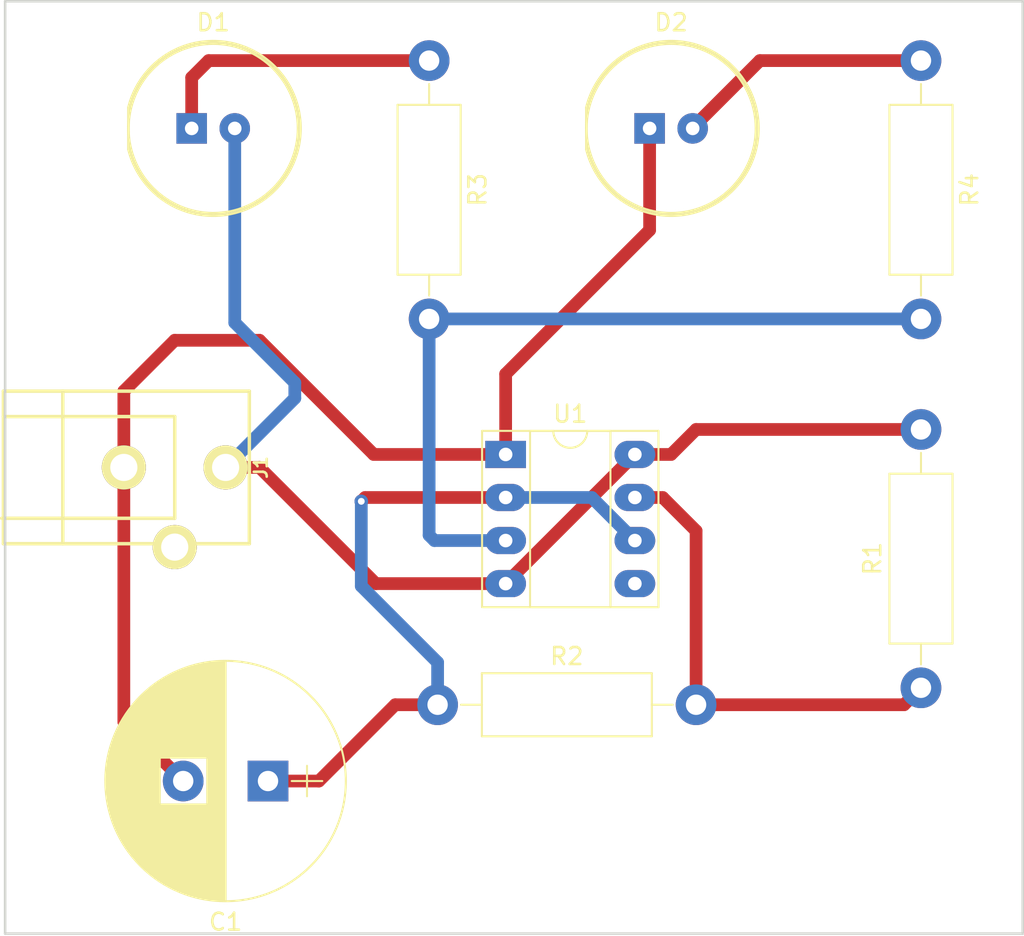
<source format=kicad_pcb>
(kicad_pcb (version 4) (host pcbnew 4.0.7)

  (general
    (links 16)
    (no_connects 0)
    (area 129.924999 67.424999 190.075001 122.575001)
    (thickness 1.6)
    (drawings 4)
    (tracks 50)
    (zones 0)
    (modules 9)
    (nets 10)
  )

  (page A4)
  (layers
    (0 F.Cu signal)
    (31 B.Cu signal)
    (32 B.Adhes user)
    (33 F.Adhes user)
    (34 B.Paste user)
    (35 F.Paste user)
    (36 B.SilkS user)
    (37 F.SilkS user)
    (38 B.Mask user)
    (39 F.Mask user)
    (40 Dwgs.User user)
    (41 Cmts.User user)
    (42 Eco1.User user)
    (43 Eco2.User user)
    (44 Edge.Cuts user)
    (45 Margin user)
    (46 B.CrtYd user)
    (47 F.CrtYd user)
    (48 B.Fab user)
    (49 F.Fab user)
  )

  (setup
    (last_trace_width 1.016)
    (trace_clearance 0.254)
    (zone_clearance 0.508)
    (zone_45_only no)
    (trace_min 0.381)
    (segment_width 0.2)
    (edge_width 0.15)
    (via_size 2.032)
    (via_drill 0.762)
    (via_min_size 0.4)
    (via_min_drill 0.3048)
    (uvia_size 0.3)
    (uvia_drill 0.1)
    (uvias_allowed no)
    (uvia_min_size 0.2)
    (uvia_min_drill 0.1)
    (pcb_text_width 0.3)
    (pcb_text_size 1.5 1.5)
    (mod_edge_width 0.15)
    (mod_text_size 1 1)
    (mod_text_width 0.15)
    (pad_size 1.524 1.524)
    (pad_drill 0.762)
    (pad_to_mask_clearance 0.2)
    (aux_axis_origin 0 0)
    (visible_elements FFFFFF7F)
    (pcbplotparams
      (layerselection 0x01000_80000001)
      (usegerberextensions false)
      (excludeedgelayer true)
      (linewidth 0.100000)
      (plotframeref false)
      (viasonmask false)
      (mode 1)
      (useauxorigin false)
      (hpglpennumber 1)
      (hpglpenspeed 20)
      (hpglpendiameter 15)
      (hpglpenoverlay 2)
      (psnegative false)
      (psa4output false)
      (plotreference false)
      (plotvalue false)
      (plotinvisibletext false)
      (padsonsilk false)
      (subtractmaskfromsilk false)
      (outputformat 1)
      (mirror false)
      (drillshape 0)
      (scaleselection 1)
      (outputdirectory gerbers/))
  )

  (net 0 "")
  (net 1 "Net-(C1-Pad1)")
  (net 2 "Net-(D1-Pad1)")
  (net 3 "Net-(D2-Pad2)")
  (net 4 "Net-(R1-Pad1)")
  (net 5 "Net-(R3-Pad2)")
  (net 6 "Net-(U1-Pad5)")
  (net 7 GND)
  (net 8 /VDD')
  (net 9 "Net-(J1-Pad3)")

  (net_class Default "This is the default net class."
    (clearance 0.254)
    (trace_width 1.016)
    (via_dia 2.032)
    (via_drill 0.762)
    (uvia_dia 0.3)
    (uvia_drill 0.1)
    (add_net /VDD')
    (add_net GND)
    (add_net "Net-(C1-Pad1)")
    (add_net "Net-(D1-Pad1)")
    (add_net "Net-(D2-Pad2)")
    (add_net "Net-(J1-Pad3)")
    (add_net "Net-(R1-Pad1)")
    (add_net "Net-(R3-Pad2)")
    (add_net "Net-(U1-Pad5)")
  )

  (module Housings_DIP:DIP-8_W7.62mm_Socket_LongPads (layer F.Cu) (tedit 58CC8E33) (tstamp 5AB076DD)
    (at 159.512 94.234)
    (descr "8-lead dip package, row spacing 7.62 mm (300 mils), Socket, LongPads")
    (tags "DIL DIP PDIP 2.54mm 7.62mm 300mil Socket LongPads")
    (path /5AADC81F)
    (fp_text reference U1 (at 3.81 -2.39) (layer F.SilkS)
      (effects (font (size 1 1) (thickness 0.15)))
    )
    (fp_text value NA555 (at 3.81 10.01) (layer F.Fab)
      (effects (font (size 1 1) (thickness 0.15)))
    )
    (fp_text user %R (at 3.81 3.81) (layer F.Fab)
      (effects (font (size 1 1) (thickness 0.15)))
    )
    (fp_line (start 1.635 -1.27) (end 6.985 -1.27) (layer F.Fab) (width 0.1))
    (fp_line (start 6.985 -1.27) (end 6.985 8.89) (layer F.Fab) (width 0.1))
    (fp_line (start 6.985 8.89) (end 0.635 8.89) (layer F.Fab) (width 0.1))
    (fp_line (start 0.635 8.89) (end 0.635 -0.27) (layer F.Fab) (width 0.1))
    (fp_line (start 0.635 -0.27) (end 1.635 -1.27) (layer F.Fab) (width 0.1))
    (fp_line (start -1.27 -1.27) (end -1.27 8.89) (layer F.Fab) (width 0.1))
    (fp_line (start -1.27 8.89) (end 8.89 8.89) (layer F.Fab) (width 0.1))
    (fp_line (start 8.89 8.89) (end 8.89 -1.27) (layer F.Fab) (width 0.1))
    (fp_line (start 8.89 -1.27) (end -1.27 -1.27) (layer F.Fab) (width 0.1))
    (fp_line (start 2.81 -1.39) (end 1.44 -1.39) (layer F.SilkS) (width 0.12))
    (fp_line (start 1.44 -1.39) (end 1.44 9.01) (layer F.SilkS) (width 0.12))
    (fp_line (start 1.44 9.01) (end 6.18 9.01) (layer F.SilkS) (width 0.12))
    (fp_line (start 6.18 9.01) (end 6.18 -1.39) (layer F.SilkS) (width 0.12))
    (fp_line (start 6.18 -1.39) (end 4.81 -1.39) (layer F.SilkS) (width 0.12))
    (fp_line (start -1.39 -1.39) (end -1.39 9.01) (layer F.SilkS) (width 0.12))
    (fp_line (start -1.39 9.01) (end 9.01 9.01) (layer F.SilkS) (width 0.12))
    (fp_line (start 9.01 9.01) (end 9.01 -1.39) (layer F.SilkS) (width 0.12))
    (fp_line (start 9.01 -1.39) (end -1.39 -1.39) (layer F.SilkS) (width 0.12))
    (fp_line (start -1.7 -1.7) (end -1.7 9.3) (layer F.CrtYd) (width 0.05))
    (fp_line (start -1.7 9.3) (end 9.3 9.3) (layer F.CrtYd) (width 0.05))
    (fp_line (start 9.3 9.3) (end 9.3 -1.7) (layer F.CrtYd) (width 0.05))
    (fp_line (start 9.3 -1.7) (end -1.7 -1.7) (layer F.CrtYd) (width 0.05))
    (fp_arc (start 3.81 -1.39) (end 2.81 -1.39) (angle -180) (layer F.SilkS) (width 0.12))
    (pad 1 thru_hole rect (at 0 0) (size 2.4 1.6) (drill 0.8) (layers *.Cu *.Mask)
      (net 7 GND))
    (pad 5 thru_hole oval (at 7.62 7.62) (size 2.4 1.6) (drill 0.8) (layers *.Cu *.Mask)
      (net 6 "Net-(U1-Pad5)"))
    (pad 2 thru_hole oval (at 0 2.54) (size 2.4 1.6) (drill 0.8) (layers *.Cu *.Mask)
      (net 1 "Net-(C1-Pad1)"))
    (pad 6 thru_hole oval (at 7.62 5.08) (size 2.4 1.6) (drill 0.8) (layers *.Cu *.Mask)
      (net 1 "Net-(C1-Pad1)"))
    (pad 3 thru_hole oval (at 0 5.08) (size 2.4 1.6) (drill 0.8) (layers *.Cu *.Mask)
      (net 5 "Net-(R3-Pad2)"))
    (pad 7 thru_hole oval (at 7.62 2.54) (size 2.4 1.6) (drill 0.8) (layers *.Cu *.Mask)
      (net 4 "Net-(R1-Pad1)"))
    (pad 4 thru_hole oval (at 0 7.62) (size 2.4 1.6) (drill 0.8) (layers *.Cu *.Mask)
      (net 8 /VDD'))
    (pad 8 thru_hole oval (at 7.62 0) (size 2.4 1.6) (drill 0.8) (layers *.Cu *.Mask)
      (net 8 /VDD'))
    (model ${KISYS3DMOD}/Housings_DIP.3dshapes/DIP-8_W7.62mm_Socket_LongPads.wrl
      (at (xyz 0 0 0))
      (scale (xyz 1 1 1))
      (rotate (xyz 0 0 0))
    )
  )

  (module Capacitors_THT:CP_Radial_D14.0mm_P5.00mm (layer F.Cu) (tedit 597BC7C2) (tstamp 5AB076AD)
    (at 145.5 113.5 180)
    (descr "CP, Radial series, Radial, pin pitch=5.00mm, , diameter=14mm, Electrolytic Capacitor")
    (tags "CP Radial series Radial pin pitch 5.00mm  diameter 14mm Electrolytic Capacitor")
    (path /5AADC93C)
    (fp_text reference C1 (at 2.5 -8.31 180) (layer F.SilkS)
      (effects (font (size 1 1) (thickness 0.15)))
    )
    (fp_text value 470UF (at 2.5 8.31 180) (layer F.Fab)
      (effects (font (size 1 1) (thickness 0.15)))
    )
    (fp_circle (center 2.5 0) (end 9.5 0) (layer F.Fab) (width 0.1))
    (fp_circle (center 2.5 0) (end 9.59 0) (layer F.SilkS) (width 0.12))
    (fp_line (start -3.2 0) (end -1.4 0) (layer F.Fab) (width 0.1))
    (fp_line (start -2.3 -0.9) (end -2.3 0.9) (layer F.Fab) (width 0.1))
    (fp_line (start 2.5 -7.05) (end 2.5 7.05) (layer F.SilkS) (width 0.12))
    (fp_line (start 2.54 -7.05) (end 2.54 7.05) (layer F.SilkS) (width 0.12))
    (fp_line (start 2.58 -7.05) (end 2.58 7.05) (layer F.SilkS) (width 0.12))
    (fp_line (start 2.62 -7.049) (end 2.62 7.049) (layer F.SilkS) (width 0.12))
    (fp_line (start 2.66 -7.049) (end 2.66 7.049) (layer F.SilkS) (width 0.12))
    (fp_line (start 2.7 -7.048) (end 2.7 7.048) (layer F.SilkS) (width 0.12))
    (fp_line (start 2.74 -7.046) (end 2.74 7.046) (layer F.SilkS) (width 0.12))
    (fp_line (start 2.78 -7.045) (end 2.78 7.045) (layer F.SilkS) (width 0.12))
    (fp_line (start 2.82 -7.043) (end 2.82 7.043) (layer F.SilkS) (width 0.12))
    (fp_line (start 2.86 -7.041) (end 2.86 7.041) (layer F.SilkS) (width 0.12))
    (fp_line (start 2.9 -7.039) (end 2.9 7.039) (layer F.SilkS) (width 0.12))
    (fp_line (start 2.94 -7.037) (end 2.94 7.037) (layer F.SilkS) (width 0.12))
    (fp_line (start 2.98 -7.034) (end 2.98 7.034) (layer F.SilkS) (width 0.12))
    (fp_line (start 3.02 -7.031) (end 3.02 7.031) (layer F.SilkS) (width 0.12))
    (fp_line (start 3.06 -7.028) (end 3.06 7.028) (layer F.SilkS) (width 0.12))
    (fp_line (start 3.1 -7.025) (end 3.1 7.025) (layer F.SilkS) (width 0.12))
    (fp_line (start 3.14 -7.022) (end 3.14 7.022) (layer F.SilkS) (width 0.12))
    (fp_line (start 3.18 -7.018) (end 3.18 7.018) (layer F.SilkS) (width 0.12))
    (fp_line (start 3.221 -7.014) (end 3.221 7.014) (layer F.SilkS) (width 0.12))
    (fp_line (start 3.261 -7.01) (end 3.261 7.01) (layer F.SilkS) (width 0.12))
    (fp_line (start 3.301 -7.005) (end 3.301 7.005) (layer F.SilkS) (width 0.12))
    (fp_line (start 3.341 -7.001) (end 3.341 7.001) (layer F.SilkS) (width 0.12))
    (fp_line (start 3.381 -6.996) (end 3.381 6.996) (layer F.SilkS) (width 0.12))
    (fp_line (start 3.421 -6.991) (end 3.421 6.991) (layer F.SilkS) (width 0.12))
    (fp_line (start 3.461 -6.985) (end 3.461 6.985) (layer F.SilkS) (width 0.12))
    (fp_line (start 3.501 -6.98) (end 3.501 6.98) (layer F.SilkS) (width 0.12))
    (fp_line (start 3.541 -6.974) (end 3.541 6.974) (layer F.SilkS) (width 0.12))
    (fp_line (start 3.581 -6.968) (end 3.581 6.968) (layer F.SilkS) (width 0.12))
    (fp_line (start 3.621 -6.961) (end 3.621 -1.38) (layer F.SilkS) (width 0.12))
    (fp_line (start 3.621 1.38) (end 3.621 6.961) (layer F.SilkS) (width 0.12))
    (fp_line (start 3.661 -6.955) (end 3.661 -1.38) (layer F.SilkS) (width 0.12))
    (fp_line (start 3.661 1.38) (end 3.661 6.955) (layer F.SilkS) (width 0.12))
    (fp_line (start 3.701 -6.948) (end 3.701 -1.38) (layer F.SilkS) (width 0.12))
    (fp_line (start 3.701 1.38) (end 3.701 6.948) (layer F.SilkS) (width 0.12))
    (fp_line (start 3.741 -6.941) (end 3.741 -1.38) (layer F.SilkS) (width 0.12))
    (fp_line (start 3.741 1.38) (end 3.741 6.941) (layer F.SilkS) (width 0.12))
    (fp_line (start 3.781 -6.934) (end 3.781 -1.38) (layer F.SilkS) (width 0.12))
    (fp_line (start 3.781 1.38) (end 3.781 6.934) (layer F.SilkS) (width 0.12))
    (fp_line (start 3.821 -6.927) (end 3.821 -1.38) (layer F.SilkS) (width 0.12))
    (fp_line (start 3.821 1.38) (end 3.821 6.927) (layer F.SilkS) (width 0.12))
    (fp_line (start 3.861 -6.919) (end 3.861 -1.38) (layer F.SilkS) (width 0.12))
    (fp_line (start 3.861 1.38) (end 3.861 6.919) (layer F.SilkS) (width 0.12))
    (fp_line (start 3.901 -6.911) (end 3.901 -1.38) (layer F.SilkS) (width 0.12))
    (fp_line (start 3.901 1.38) (end 3.901 6.911) (layer F.SilkS) (width 0.12))
    (fp_line (start 3.941 -6.903) (end 3.941 -1.38) (layer F.SilkS) (width 0.12))
    (fp_line (start 3.941 1.38) (end 3.941 6.903) (layer F.SilkS) (width 0.12))
    (fp_line (start 3.981 -6.894) (end 3.981 -1.38) (layer F.SilkS) (width 0.12))
    (fp_line (start 3.981 1.38) (end 3.981 6.894) (layer F.SilkS) (width 0.12))
    (fp_line (start 4.021 -6.886) (end 4.021 -1.38) (layer F.SilkS) (width 0.12))
    (fp_line (start 4.021 1.38) (end 4.021 6.886) (layer F.SilkS) (width 0.12))
    (fp_line (start 4.061 -6.877) (end 4.061 -1.38) (layer F.SilkS) (width 0.12))
    (fp_line (start 4.061 1.38) (end 4.061 6.877) (layer F.SilkS) (width 0.12))
    (fp_line (start 4.101 -6.868) (end 4.101 -1.38) (layer F.SilkS) (width 0.12))
    (fp_line (start 4.101 1.38) (end 4.101 6.868) (layer F.SilkS) (width 0.12))
    (fp_line (start 4.141 -6.858) (end 4.141 -1.38) (layer F.SilkS) (width 0.12))
    (fp_line (start 4.141 1.38) (end 4.141 6.858) (layer F.SilkS) (width 0.12))
    (fp_line (start 4.181 -6.849) (end 4.181 -1.38) (layer F.SilkS) (width 0.12))
    (fp_line (start 4.181 1.38) (end 4.181 6.849) (layer F.SilkS) (width 0.12))
    (fp_line (start 4.221 -6.839) (end 4.221 -1.38) (layer F.SilkS) (width 0.12))
    (fp_line (start 4.221 1.38) (end 4.221 6.839) (layer F.SilkS) (width 0.12))
    (fp_line (start 4.261 -6.829) (end 4.261 -1.38) (layer F.SilkS) (width 0.12))
    (fp_line (start 4.261 1.38) (end 4.261 6.829) (layer F.SilkS) (width 0.12))
    (fp_line (start 4.301 -6.818) (end 4.301 -1.38) (layer F.SilkS) (width 0.12))
    (fp_line (start 4.301 1.38) (end 4.301 6.818) (layer F.SilkS) (width 0.12))
    (fp_line (start 4.341 -6.808) (end 4.341 -1.38) (layer F.SilkS) (width 0.12))
    (fp_line (start 4.341 1.38) (end 4.341 6.808) (layer F.SilkS) (width 0.12))
    (fp_line (start 4.381 -6.797) (end 4.381 -1.38) (layer F.SilkS) (width 0.12))
    (fp_line (start 4.381 1.38) (end 4.381 6.797) (layer F.SilkS) (width 0.12))
    (fp_line (start 4.421 -6.786) (end 4.421 -1.38) (layer F.SilkS) (width 0.12))
    (fp_line (start 4.421 1.38) (end 4.421 6.786) (layer F.SilkS) (width 0.12))
    (fp_line (start 4.461 -6.774) (end 4.461 -1.38) (layer F.SilkS) (width 0.12))
    (fp_line (start 4.461 1.38) (end 4.461 6.774) (layer F.SilkS) (width 0.12))
    (fp_line (start 4.501 -6.763) (end 4.501 -1.38) (layer F.SilkS) (width 0.12))
    (fp_line (start 4.501 1.38) (end 4.501 6.763) (layer F.SilkS) (width 0.12))
    (fp_line (start 4.541 -6.751) (end 4.541 -1.38) (layer F.SilkS) (width 0.12))
    (fp_line (start 4.541 1.38) (end 4.541 6.751) (layer F.SilkS) (width 0.12))
    (fp_line (start 4.581 -6.739) (end 4.581 -1.38) (layer F.SilkS) (width 0.12))
    (fp_line (start 4.581 1.38) (end 4.581 6.739) (layer F.SilkS) (width 0.12))
    (fp_line (start 4.621 -6.726) (end 4.621 -1.38) (layer F.SilkS) (width 0.12))
    (fp_line (start 4.621 1.38) (end 4.621 6.726) (layer F.SilkS) (width 0.12))
    (fp_line (start 4.661 -6.713) (end 4.661 -1.38) (layer F.SilkS) (width 0.12))
    (fp_line (start 4.661 1.38) (end 4.661 6.713) (layer F.SilkS) (width 0.12))
    (fp_line (start 4.701 -6.701) (end 4.701 -1.38) (layer F.SilkS) (width 0.12))
    (fp_line (start 4.701 1.38) (end 4.701 6.701) (layer F.SilkS) (width 0.12))
    (fp_line (start 4.741 -6.687) (end 4.741 -1.38) (layer F.SilkS) (width 0.12))
    (fp_line (start 4.741 1.38) (end 4.741 6.687) (layer F.SilkS) (width 0.12))
    (fp_line (start 4.781 -6.674) (end 4.781 -1.38) (layer F.SilkS) (width 0.12))
    (fp_line (start 4.781 1.38) (end 4.781 6.674) (layer F.SilkS) (width 0.12))
    (fp_line (start 4.821 -6.66) (end 4.821 -1.38) (layer F.SilkS) (width 0.12))
    (fp_line (start 4.821 1.38) (end 4.821 6.66) (layer F.SilkS) (width 0.12))
    (fp_line (start 4.861 -6.646) (end 4.861 -1.38) (layer F.SilkS) (width 0.12))
    (fp_line (start 4.861 1.38) (end 4.861 6.646) (layer F.SilkS) (width 0.12))
    (fp_line (start 4.901 -6.632) (end 4.901 -1.38) (layer F.SilkS) (width 0.12))
    (fp_line (start 4.901 1.38) (end 4.901 6.632) (layer F.SilkS) (width 0.12))
    (fp_line (start 4.941 -6.617) (end 4.941 -1.38) (layer F.SilkS) (width 0.12))
    (fp_line (start 4.941 1.38) (end 4.941 6.617) (layer F.SilkS) (width 0.12))
    (fp_line (start 4.981 -6.603) (end 4.981 -1.38) (layer F.SilkS) (width 0.12))
    (fp_line (start 4.981 1.38) (end 4.981 6.603) (layer F.SilkS) (width 0.12))
    (fp_line (start 5.021 -6.588) (end 5.021 -1.38) (layer F.SilkS) (width 0.12))
    (fp_line (start 5.021 1.38) (end 5.021 6.588) (layer F.SilkS) (width 0.12))
    (fp_line (start 5.061 -6.572) (end 5.061 -1.38) (layer F.SilkS) (width 0.12))
    (fp_line (start 5.061 1.38) (end 5.061 6.572) (layer F.SilkS) (width 0.12))
    (fp_line (start 5.101 -6.557) (end 5.101 -1.38) (layer F.SilkS) (width 0.12))
    (fp_line (start 5.101 1.38) (end 5.101 6.557) (layer F.SilkS) (width 0.12))
    (fp_line (start 5.141 -6.541) (end 5.141 -1.38) (layer F.SilkS) (width 0.12))
    (fp_line (start 5.141 1.38) (end 5.141 6.541) (layer F.SilkS) (width 0.12))
    (fp_line (start 5.181 -6.524) (end 5.181 -1.38) (layer F.SilkS) (width 0.12))
    (fp_line (start 5.181 1.38) (end 5.181 6.524) (layer F.SilkS) (width 0.12))
    (fp_line (start 5.221 -6.508) (end 5.221 -1.38) (layer F.SilkS) (width 0.12))
    (fp_line (start 5.221 1.38) (end 5.221 6.508) (layer F.SilkS) (width 0.12))
    (fp_line (start 5.261 -6.491) (end 5.261 -1.38) (layer F.SilkS) (width 0.12))
    (fp_line (start 5.261 1.38) (end 5.261 6.491) (layer F.SilkS) (width 0.12))
    (fp_line (start 5.301 -6.474) (end 5.301 -1.38) (layer F.SilkS) (width 0.12))
    (fp_line (start 5.301 1.38) (end 5.301 6.474) (layer F.SilkS) (width 0.12))
    (fp_line (start 5.341 -6.457) (end 5.341 -1.38) (layer F.SilkS) (width 0.12))
    (fp_line (start 5.341 1.38) (end 5.341 6.457) (layer F.SilkS) (width 0.12))
    (fp_line (start 5.381 -6.439) (end 5.381 -1.38) (layer F.SilkS) (width 0.12))
    (fp_line (start 5.381 1.38) (end 5.381 6.439) (layer F.SilkS) (width 0.12))
    (fp_line (start 5.421 -6.421) (end 5.421 -1.38) (layer F.SilkS) (width 0.12))
    (fp_line (start 5.421 1.38) (end 5.421 6.421) (layer F.SilkS) (width 0.12))
    (fp_line (start 5.461 -6.403) (end 5.461 -1.38) (layer F.SilkS) (width 0.12))
    (fp_line (start 5.461 1.38) (end 5.461 6.403) (layer F.SilkS) (width 0.12))
    (fp_line (start 5.501 -6.385) (end 5.501 -1.38) (layer F.SilkS) (width 0.12))
    (fp_line (start 5.501 1.38) (end 5.501 6.385) (layer F.SilkS) (width 0.12))
    (fp_line (start 5.541 -6.366) (end 5.541 -1.38) (layer F.SilkS) (width 0.12))
    (fp_line (start 5.541 1.38) (end 5.541 6.366) (layer F.SilkS) (width 0.12))
    (fp_line (start 5.581 -6.347) (end 5.581 -1.38) (layer F.SilkS) (width 0.12))
    (fp_line (start 5.581 1.38) (end 5.581 6.347) (layer F.SilkS) (width 0.12))
    (fp_line (start 5.621 -6.327) (end 5.621 -1.38) (layer F.SilkS) (width 0.12))
    (fp_line (start 5.621 1.38) (end 5.621 6.327) (layer F.SilkS) (width 0.12))
    (fp_line (start 5.661 -6.307) (end 5.661 -1.38) (layer F.SilkS) (width 0.12))
    (fp_line (start 5.661 1.38) (end 5.661 6.307) (layer F.SilkS) (width 0.12))
    (fp_line (start 5.701 -6.287) (end 5.701 -1.38) (layer F.SilkS) (width 0.12))
    (fp_line (start 5.701 1.38) (end 5.701 6.287) (layer F.SilkS) (width 0.12))
    (fp_line (start 5.741 -6.267) (end 5.741 -1.38) (layer F.SilkS) (width 0.12))
    (fp_line (start 5.741 1.38) (end 5.741 6.267) (layer F.SilkS) (width 0.12))
    (fp_line (start 5.781 -6.246) (end 5.781 -1.38) (layer F.SilkS) (width 0.12))
    (fp_line (start 5.781 1.38) (end 5.781 6.246) (layer F.SilkS) (width 0.12))
    (fp_line (start 5.821 -6.225) (end 5.821 -1.38) (layer F.SilkS) (width 0.12))
    (fp_line (start 5.821 1.38) (end 5.821 6.225) (layer F.SilkS) (width 0.12))
    (fp_line (start 5.861 -6.204) (end 5.861 -1.38) (layer F.SilkS) (width 0.12))
    (fp_line (start 5.861 1.38) (end 5.861 6.204) (layer F.SilkS) (width 0.12))
    (fp_line (start 5.901 -6.182) (end 5.901 -1.38) (layer F.SilkS) (width 0.12))
    (fp_line (start 5.901 1.38) (end 5.901 6.182) (layer F.SilkS) (width 0.12))
    (fp_line (start 5.941 -6.16) (end 5.941 -1.38) (layer F.SilkS) (width 0.12))
    (fp_line (start 5.941 1.38) (end 5.941 6.16) (layer F.SilkS) (width 0.12))
    (fp_line (start 5.981 -6.138) (end 5.981 -1.38) (layer F.SilkS) (width 0.12))
    (fp_line (start 5.981 1.38) (end 5.981 6.138) (layer F.SilkS) (width 0.12))
    (fp_line (start 6.021 -6.115) (end 6.021 -1.38) (layer F.SilkS) (width 0.12))
    (fp_line (start 6.021 1.38) (end 6.021 6.115) (layer F.SilkS) (width 0.12))
    (fp_line (start 6.061 -6.092) (end 6.061 -1.38) (layer F.SilkS) (width 0.12))
    (fp_line (start 6.061 1.38) (end 6.061 6.092) (layer F.SilkS) (width 0.12))
    (fp_line (start 6.101 -6.069) (end 6.101 -1.38) (layer F.SilkS) (width 0.12))
    (fp_line (start 6.101 1.38) (end 6.101 6.069) (layer F.SilkS) (width 0.12))
    (fp_line (start 6.141 -6.045) (end 6.141 -1.38) (layer F.SilkS) (width 0.12))
    (fp_line (start 6.141 1.38) (end 6.141 6.045) (layer F.SilkS) (width 0.12))
    (fp_line (start 6.181 -6.021) (end 6.181 -1.38) (layer F.SilkS) (width 0.12))
    (fp_line (start 6.181 1.38) (end 6.181 6.021) (layer F.SilkS) (width 0.12))
    (fp_line (start 6.221 -5.996) (end 6.221 -1.38) (layer F.SilkS) (width 0.12))
    (fp_line (start 6.221 1.38) (end 6.221 5.996) (layer F.SilkS) (width 0.12))
    (fp_line (start 6.261 -5.971) (end 6.261 -1.38) (layer F.SilkS) (width 0.12))
    (fp_line (start 6.261 1.38) (end 6.261 5.971) (layer F.SilkS) (width 0.12))
    (fp_line (start 6.301 -5.946) (end 6.301 -1.38) (layer F.SilkS) (width 0.12))
    (fp_line (start 6.301 1.38) (end 6.301 5.946) (layer F.SilkS) (width 0.12))
    (fp_line (start 6.341 -5.921) (end 6.341 -1.38) (layer F.SilkS) (width 0.12))
    (fp_line (start 6.341 1.38) (end 6.341 5.921) (layer F.SilkS) (width 0.12))
    (fp_line (start 6.381 -5.895) (end 6.381 5.895) (layer F.SilkS) (width 0.12))
    (fp_line (start 6.421 -5.868) (end 6.421 5.868) (layer F.SilkS) (width 0.12))
    (fp_line (start 6.461 -5.842) (end 6.461 5.842) (layer F.SilkS) (width 0.12))
    (fp_line (start 6.501 -5.814) (end 6.501 5.814) (layer F.SilkS) (width 0.12))
    (fp_line (start 6.541 -5.787) (end 6.541 5.787) (layer F.SilkS) (width 0.12))
    (fp_line (start 6.581 -5.759) (end 6.581 5.759) (layer F.SilkS) (width 0.12))
    (fp_line (start 6.621 -5.731) (end 6.621 5.731) (layer F.SilkS) (width 0.12))
    (fp_line (start 6.661 -5.702) (end 6.661 5.702) (layer F.SilkS) (width 0.12))
    (fp_line (start 6.701 -5.673) (end 6.701 5.673) (layer F.SilkS) (width 0.12))
    (fp_line (start 6.741 -5.643) (end 6.741 5.643) (layer F.SilkS) (width 0.12))
    (fp_line (start 6.781 -5.613) (end 6.781 5.613) (layer F.SilkS) (width 0.12))
    (fp_line (start 6.821 -5.582) (end 6.821 5.582) (layer F.SilkS) (width 0.12))
    (fp_line (start 6.861 -5.551) (end 6.861 5.551) (layer F.SilkS) (width 0.12))
    (fp_line (start 6.901 -5.52) (end 6.901 5.52) (layer F.SilkS) (width 0.12))
    (fp_line (start 6.941 -5.488) (end 6.941 5.488) (layer F.SilkS) (width 0.12))
    (fp_line (start 6.981 -5.456) (end 6.981 5.456) (layer F.SilkS) (width 0.12))
    (fp_line (start 7.021 -5.423) (end 7.021 5.423) (layer F.SilkS) (width 0.12))
    (fp_line (start 7.061 -5.39) (end 7.061 5.39) (layer F.SilkS) (width 0.12))
    (fp_line (start 7.101 -5.356) (end 7.101 5.356) (layer F.SilkS) (width 0.12))
    (fp_line (start 7.141 -5.321) (end 7.141 5.321) (layer F.SilkS) (width 0.12))
    (fp_line (start 7.181 -5.286) (end 7.181 5.286) (layer F.SilkS) (width 0.12))
    (fp_line (start 7.221 -5.251) (end 7.221 5.251) (layer F.SilkS) (width 0.12))
    (fp_line (start 7.261 -5.215) (end 7.261 5.215) (layer F.SilkS) (width 0.12))
    (fp_line (start 7.301 -5.179) (end 7.301 5.179) (layer F.SilkS) (width 0.12))
    (fp_line (start 7.341 -5.141) (end 7.341 5.141) (layer F.SilkS) (width 0.12))
    (fp_line (start 7.381 -5.104) (end 7.381 5.104) (layer F.SilkS) (width 0.12))
    (fp_line (start 7.421 -5.066) (end 7.421 5.066) (layer F.SilkS) (width 0.12))
    (fp_line (start 7.461 -5.027) (end 7.461 5.027) (layer F.SilkS) (width 0.12))
    (fp_line (start 7.501 -4.987) (end 7.501 4.987) (layer F.SilkS) (width 0.12))
    (fp_line (start 7.541 -4.947) (end 7.541 4.947) (layer F.SilkS) (width 0.12))
    (fp_line (start 7.581 -4.906) (end 7.581 4.906) (layer F.SilkS) (width 0.12))
    (fp_line (start 7.621 -4.865) (end 7.621 4.865) (layer F.SilkS) (width 0.12))
    (fp_line (start 7.661 -4.823) (end 7.661 4.823) (layer F.SilkS) (width 0.12))
    (fp_line (start 7.701 -4.78) (end 7.701 4.78) (layer F.SilkS) (width 0.12))
    (fp_line (start 7.741 -4.737) (end 7.741 4.737) (layer F.SilkS) (width 0.12))
    (fp_line (start 7.781 -4.692) (end 7.781 4.692) (layer F.SilkS) (width 0.12))
    (fp_line (start 7.821 -4.647) (end 7.821 4.647) (layer F.SilkS) (width 0.12))
    (fp_line (start 7.861 -4.601) (end 7.861 4.601) (layer F.SilkS) (width 0.12))
    (fp_line (start 7.901 -4.555) (end 7.901 4.555) (layer F.SilkS) (width 0.12))
    (fp_line (start 7.941 -4.507) (end 7.941 4.507) (layer F.SilkS) (width 0.12))
    (fp_line (start 7.981 -4.459) (end 7.981 4.459) (layer F.SilkS) (width 0.12))
    (fp_line (start 8.021 -4.41) (end 8.021 4.41) (layer F.SilkS) (width 0.12))
    (fp_line (start 8.061 -4.36) (end 8.061 4.36) (layer F.SilkS) (width 0.12))
    (fp_line (start 8.101 -4.309) (end 8.101 4.309) (layer F.SilkS) (width 0.12))
    (fp_line (start 8.141 -4.257) (end 8.141 4.257) (layer F.SilkS) (width 0.12))
    (fp_line (start 8.181 -4.204) (end 8.181 4.204) (layer F.SilkS) (width 0.12))
    (fp_line (start 8.221 -4.15) (end 8.221 4.15) (layer F.SilkS) (width 0.12))
    (fp_line (start 8.261 -4.095) (end 8.261 4.095) (layer F.SilkS) (width 0.12))
    (fp_line (start 8.301 -4.038) (end 8.301 4.038) (layer F.SilkS) (width 0.12))
    (fp_line (start 8.341 -3.981) (end 8.341 3.981) (layer F.SilkS) (width 0.12))
    (fp_line (start 8.381 -3.922) (end 8.381 3.922) (layer F.SilkS) (width 0.12))
    (fp_line (start 8.421 -3.862) (end 8.421 3.862) (layer F.SilkS) (width 0.12))
    (fp_line (start 8.461 -3.801) (end 8.461 3.801) (layer F.SilkS) (width 0.12))
    (fp_line (start 8.501 -3.738) (end 8.501 3.738) (layer F.SilkS) (width 0.12))
    (fp_line (start 8.541 -3.674) (end 8.541 3.674) (layer F.SilkS) (width 0.12))
    (fp_line (start 8.581 -3.608) (end 8.581 3.608) (layer F.SilkS) (width 0.12))
    (fp_line (start 8.621 -3.54) (end 8.621 3.54) (layer F.SilkS) (width 0.12))
    (fp_line (start 8.661 -3.471) (end 8.661 3.471) (layer F.SilkS) (width 0.12))
    (fp_line (start 8.701 -3.4) (end 8.701 3.4) (layer F.SilkS) (width 0.12))
    (fp_line (start 8.741 -3.327) (end 8.741 3.327) (layer F.SilkS) (width 0.12))
    (fp_line (start 8.781 -3.251) (end 8.781 3.251) (layer F.SilkS) (width 0.12))
    (fp_line (start 8.821 -3.174) (end 8.821 3.174) (layer F.SilkS) (width 0.12))
    (fp_line (start 8.861 -3.094) (end 8.861 3.094) (layer F.SilkS) (width 0.12))
    (fp_line (start 8.901 -3.011) (end 8.901 3.011) (layer F.SilkS) (width 0.12))
    (fp_line (start 8.941 -2.926) (end 8.941 2.926) (layer F.SilkS) (width 0.12))
    (fp_line (start 8.981 -2.838) (end 8.981 2.838) (layer F.SilkS) (width 0.12))
    (fp_line (start 9.021 -2.746) (end 9.021 2.746) (layer F.SilkS) (width 0.12))
    (fp_line (start 9.061 -2.65) (end 9.061 2.65) (layer F.SilkS) (width 0.12))
    (fp_line (start 9.101 -2.55) (end 9.101 2.55) (layer F.SilkS) (width 0.12))
    (fp_line (start 9.141 -2.446) (end 9.141 2.446) (layer F.SilkS) (width 0.12))
    (fp_line (start 9.181 -2.337) (end 9.181 2.337) (layer F.SilkS) (width 0.12))
    (fp_line (start 9.221 -2.221) (end 9.221 2.221) (layer F.SilkS) (width 0.12))
    (fp_line (start 9.261 -2.098) (end 9.261 2.098) (layer F.SilkS) (width 0.12))
    (fp_line (start 9.301 -1.968) (end 9.301 1.968) (layer F.SilkS) (width 0.12))
    (fp_line (start 9.341 -1.827) (end 9.341 1.827) (layer F.SilkS) (width 0.12))
    (fp_line (start 9.381 -1.673) (end 9.381 1.673) (layer F.SilkS) (width 0.12))
    (fp_line (start 9.421 -1.504) (end 9.421 1.504) (layer F.SilkS) (width 0.12))
    (fp_line (start 9.461 -1.312) (end 9.461 1.312) (layer F.SilkS) (width 0.12))
    (fp_line (start 9.501 -1.087) (end 9.501 1.087) (layer F.SilkS) (width 0.12))
    (fp_line (start 9.541 -0.801) (end 9.541 0.801) (layer F.SilkS) (width 0.12))
    (fp_line (start 9.581 -0.337) (end 9.581 0.337) (layer F.SilkS) (width 0.12))
    (fp_line (start -3.2 0) (end -1.4 0) (layer F.SilkS) (width 0.12))
    (fp_line (start -2.3 -0.9) (end -2.3 0.9) (layer F.SilkS) (width 0.12))
    (fp_line (start -4.85 -7.35) (end -4.85 7.35) (layer F.CrtYd) (width 0.05))
    (fp_line (start -4.85 7.35) (end 9.85 7.35) (layer F.CrtYd) (width 0.05))
    (fp_line (start 9.85 7.35) (end 9.85 -7.35) (layer F.CrtYd) (width 0.05))
    (fp_line (start 9.85 -7.35) (end -4.85 -7.35) (layer F.CrtYd) (width 0.05))
    (fp_text user %R (at 2.5 0 180) (layer F.Fab)
      (effects (font (size 1 1) (thickness 0.15)))
    )
    (pad 1 thru_hole rect (at 0 0 180) (size 2.4 2.4) (drill 1.2) (layers *.Cu *.Mask)
      (net 1 "Net-(C1-Pad1)"))
    (pad 2 thru_hole circle (at 5 0 180) (size 2.4 2.4) (drill 1.2) (layers *.Cu *.Mask)
      (net 7 GND))
    (model ${KISYS3DMOD}/Capacitors_THT.3dshapes/CP_Radial_D14.0mm_P5.00mm.wrl
      (at (xyz 0 0 0))
      (scale (xyz 1 1 1))
      (rotate (xyz 0 0 0))
    )
  )

  (module LEDs:LED-10MM (layer F.Cu) (tedit 55BDE3C5) (tstamp 5AB076B3)
    (at 141 75)
    (descr "LED 10mm - Lead pitch 100mil (2,54mm)")
    (tags "LED led 10mm 10MM 100mil 2.54mm")
    (path /5AADCA68)
    (fp_text reference D1 (at 1.27 -6.25) (layer F.SilkS)
      (effects (font (size 1 1) (thickness 0.15)))
    )
    (fp_text value LED (at 1.5 6.1) (layer F.Fab)
      (effects (font (size 1 1) (thickness 0.15)))
    )
    (fp_line (start -4 -1.25) (end -4 1.25) (layer F.CrtYd) (width 0.05))
    (fp_arc (start 1.25 0) (end -4 -1.25) (angle 332.9) (layer F.CrtYd) (width 0.05))
    (fp_line (start -3.73 -1.23) (end -3.73 1.23) (layer F.SilkS) (width 0.15))
    (fp_arc (start 1.27 0) (end -3.73 -1.23) (angle 332.2) (layer F.SilkS) (width 0.15))
    (fp_circle (center 1.27 0) (end 1.27 5) (layer F.SilkS) (width 0.15))
    (pad 2 thru_hole circle (at 2.54 0 180) (size 1.8 1.8) (drill 0.8) (layers *.Cu *.Mask)
      (net 8 /VDD'))
    (pad 1 thru_hole rect (at 0 0 180) (size 1.8 1.8) (drill 0.8) (layers *.Cu *.Mask)
      (net 2 "Net-(D1-Pad1)"))
    (model LEDs.3dshapes/LED-10MM.wrl
      (at (xyz 0 0 0))
      (scale (xyz 1 1 1))
      (rotate (xyz 0 0 0))
    )
  )

  (module LEDs:LED-10MM (layer F.Cu) (tedit 55BDE3C5) (tstamp 5AB076B9)
    (at 168 75)
    (descr "LED 10mm - Lead pitch 100mil (2,54mm)")
    (tags "LED led 10mm 10MM 100mil 2.54mm")
    (path /5AADCAFA)
    (fp_text reference D2 (at 1.27 -6.25) (layer F.SilkS)
      (effects (font (size 1 1) (thickness 0.15)))
    )
    (fp_text value LED (at 1.5 6.1) (layer F.Fab)
      (effects (font (size 1 1) (thickness 0.15)))
    )
    (fp_line (start -4 -1.25) (end -4 1.25) (layer F.CrtYd) (width 0.05))
    (fp_arc (start 1.25 0) (end -4 -1.25) (angle 332.9) (layer F.CrtYd) (width 0.05))
    (fp_line (start -3.73 -1.23) (end -3.73 1.23) (layer F.SilkS) (width 0.15))
    (fp_arc (start 1.27 0) (end -3.73 -1.23) (angle 332.2) (layer F.SilkS) (width 0.15))
    (fp_circle (center 1.27 0) (end 1.27 5) (layer F.SilkS) (width 0.15))
    (pad 2 thru_hole circle (at 2.54 0 180) (size 1.8 1.8) (drill 0.8) (layers *.Cu *.Mask)
      (net 3 "Net-(D2-Pad2)"))
    (pad 1 thru_hole rect (at 0 0 180) (size 1.8 1.8) (drill 0.8) (layers *.Cu *.Mask)
      (net 7 GND))
    (model LEDs.3dshapes/LED-10MM.wrl
      (at (xyz 0 0 0))
      (scale (xyz 1 1 1))
      (rotate (xyz 0 0 0))
    )
  )

  (module Resistors_THT:R_Axial_DIN0411_L9.9mm_D3.6mm_P15.24mm_Horizontal (layer F.Cu) (tedit 5874F706) (tstamp 5AB076BF)
    (at 184 108 90)
    (descr "Resistor, Axial_DIN0411 series, Axial, Horizontal, pin pitch=15.24mm, 1W = 1/1W, length*diameter=9.9*3.6mm^2")
    (tags "Resistor Axial_DIN0411 series Axial Horizontal pin pitch 15.24mm 1W = 1/1W length 9.9mm diameter 3.6mm")
    (path /5AADC84F)
    (fp_text reference R1 (at 7.62 -2.86 90) (layer F.SilkS)
      (effects (font (size 1 1) (thickness 0.15)))
    )
    (fp_text value 1K (at 7.62 2.86 90) (layer F.Fab)
      (effects (font (size 1 1) (thickness 0.15)))
    )
    (fp_line (start 2.67 -1.8) (end 2.67 1.8) (layer F.Fab) (width 0.1))
    (fp_line (start 2.67 1.8) (end 12.57 1.8) (layer F.Fab) (width 0.1))
    (fp_line (start 12.57 1.8) (end 12.57 -1.8) (layer F.Fab) (width 0.1))
    (fp_line (start 12.57 -1.8) (end 2.67 -1.8) (layer F.Fab) (width 0.1))
    (fp_line (start 0 0) (end 2.67 0) (layer F.Fab) (width 0.1))
    (fp_line (start 15.24 0) (end 12.57 0) (layer F.Fab) (width 0.1))
    (fp_line (start 2.61 -1.86) (end 2.61 1.86) (layer F.SilkS) (width 0.12))
    (fp_line (start 2.61 1.86) (end 12.63 1.86) (layer F.SilkS) (width 0.12))
    (fp_line (start 12.63 1.86) (end 12.63 -1.86) (layer F.SilkS) (width 0.12))
    (fp_line (start 12.63 -1.86) (end 2.61 -1.86) (layer F.SilkS) (width 0.12))
    (fp_line (start 1.38 0) (end 2.61 0) (layer F.SilkS) (width 0.12))
    (fp_line (start 13.86 0) (end 12.63 0) (layer F.SilkS) (width 0.12))
    (fp_line (start -1.45 -2.15) (end -1.45 2.15) (layer F.CrtYd) (width 0.05))
    (fp_line (start -1.45 2.15) (end 16.7 2.15) (layer F.CrtYd) (width 0.05))
    (fp_line (start 16.7 2.15) (end 16.7 -2.15) (layer F.CrtYd) (width 0.05))
    (fp_line (start 16.7 -2.15) (end -1.45 -2.15) (layer F.CrtYd) (width 0.05))
    (pad 1 thru_hole circle (at 0 0 90) (size 2.4 2.4) (drill 1.2) (layers *.Cu *.Mask)
      (net 4 "Net-(R1-Pad1)"))
    (pad 2 thru_hole oval (at 15.24 0 90) (size 2.4 2.4) (drill 1.2) (layers *.Cu *.Mask)
      (net 8 /VDD'))
    (model ${KISYS3DMOD}/Resistors_THT.3dshapes/R_Axial_DIN0411_L9.9mm_D3.6mm_P15.24mm_Horizontal.wrl
      (at (xyz 0 0 0))
      (scale (xyz 0.393701 0.393701 0.393701))
      (rotate (xyz 0 0 0))
    )
  )

  (module Resistors_THT:R_Axial_DIN0411_L9.9mm_D3.6mm_P15.24mm_Horizontal (layer F.Cu) (tedit 5874F706) (tstamp 5AB076C5)
    (at 155.5 109)
    (descr "Resistor, Axial_DIN0411 series, Axial, Horizontal, pin pitch=15.24mm, 1W = 1/1W, length*diameter=9.9*3.6mm^2")
    (tags "Resistor Axial_DIN0411 series Axial Horizontal pin pitch 15.24mm 1W = 1/1W length 9.9mm diameter 3.6mm")
    (path /5AADC8D6)
    (fp_text reference R2 (at 7.62 -2.86) (layer F.SilkS)
      (effects (font (size 1 1) (thickness 0.15)))
    )
    (fp_text value 1K (at 7.62 2.86) (layer F.Fab)
      (effects (font (size 1 1) (thickness 0.15)))
    )
    (fp_line (start 2.67 -1.8) (end 2.67 1.8) (layer F.Fab) (width 0.1))
    (fp_line (start 2.67 1.8) (end 12.57 1.8) (layer F.Fab) (width 0.1))
    (fp_line (start 12.57 1.8) (end 12.57 -1.8) (layer F.Fab) (width 0.1))
    (fp_line (start 12.57 -1.8) (end 2.67 -1.8) (layer F.Fab) (width 0.1))
    (fp_line (start 0 0) (end 2.67 0) (layer F.Fab) (width 0.1))
    (fp_line (start 15.24 0) (end 12.57 0) (layer F.Fab) (width 0.1))
    (fp_line (start 2.61 -1.86) (end 2.61 1.86) (layer F.SilkS) (width 0.12))
    (fp_line (start 2.61 1.86) (end 12.63 1.86) (layer F.SilkS) (width 0.12))
    (fp_line (start 12.63 1.86) (end 12.63 -1.86) (layer F.SilkS) (width 0.12))
    (fp_line (start 12.63 -1.86) (end 2.61 -1.86) (layer F.SilkS) (width 0.12))
    (fp_line (start 1.38 0) (end 2.61 0) (layer F.SilkS) (width 0.12))
    (fp_line (start 13.86 0) (end 12.63 0) (layer F.SilkS) (width 0.12))
    (fp_line (start -1.45 -2.15) (end -1.45 2.15) (layer F.CrtYd) (width 0.05))
    (fp_line (start -1.45 2.15) (end 16.7 2.15) (layer F.CrtYd) (width 0.05))
    (fp_line (start 16.7 2.15) (end 16.7 -2.15) (layer F.CrtYd) (width 0.05))
    (fp_line (start 16.7 -2.15) (end -1.45 -2.15) (layer F.CrtYd) (width 0.05))
    (pad 1 thru_hole circle (at 0 0) (size 2.4 2.4) (drill 1.2) (layers *.Cu *.Mask)
      (net 1 "Net-(C1-Pad1)"))
    (pad 2 thru_hole oval (at 15.24 0) (size 2.4 2.4) (drill 1.2) (layers *.Cu *.Mask)
      (net 4 "Net-(R1-Pad1)"))
    (model ${KISYS3DMOD}/Resistors_THT.3dshapes/R_Axial_DIN0411_L9.9mm_D3.6mm_P15.24mm_Horizontal.wrl
      (at (xyz 0 0 0))
      (scale (xyz 0.393701 0.393701 0.393701))
      (rotate (xyz 0 0 0))
    )
  )

  (module Resistors_THT:R_Axial_DIN0411_L9.9mm_D3.6mm_P15.24mm_Horizontal (layer F.Cu) (tedit 5874F706) (tstamp 5AB076CB)
    (at 155 71 270)
    (descr "Resistor, Axial_DIN0411 series, Axial, Horizontal, pin pitch=15.24mm, 1W = 1/1W, length*diameter=9.9*3.6mm^2")
    (tags "Resistor Axial_DIN0411 series Axial Horizontal pin pitch 15.24mm 1W = 1/1W length 9.9mm diameter 3.6mm")
    (path /5AADC9CC)
    (fp_text reference R3 (at 7.62 -2.86 270) (layer F.SilkS)
      (effects (font (size 1 1) (thickness 0.15)))
    )
    (fp_text value 470 (at 7.62 2.86 270) (layer F.Fab)
      (effects (font (size 1 1) (thickness 0.15)))
    )
    (fp_line (start 2.67 -1.8) (end 2.67 1.8) (layer F.Fab) (width 0.1))
    (fp_line (start 2.67 1.8) (end 12.57 1.8) (layer F.Fab) (width 0.1))
    (fp_line (start 12.57 1.8) (end 12.57 -1.8) (layer F.Fab) (width 0.1))
    (fp_line (start 12.57 -1.8) (end 2.67 -1.8) (layer F.Fab) (width 0.1))
    (fp_line (start 0 0) (end 2.67 0) (layer F.Fab) (width 0.1))
    (fp_line (start 15.24 0) (end 12.57 0) (layer F.Fab) (width 0.1))
    (fp_line (start 2.61 -1.86) (end 2.61 1.86) (layer F.SilkS) (width 0.12))
    (fp_line (start 2.61 1.86) (end 12.63 1.86) (layer F.SilkS) (width 0.12))
    (fp_line (start 12.63 1.86) (end 12.63 -1.86) (layer F.SilkS) (width 0.12))
    (fp_line (start 12.63 -1.86) (end 2.61 -1.86) (layer F.SilkS) (width 0.12))
    (fp_line (start 1.38 0) (end 2.61 0) (layer F.SilkS) (width 0.12))
    (fp_line (start 13.86 0) (end 12.63 0) (layer F.SilkS) (width 0.12))
    (fp_line (start -1.45 -2.15) (end -1.45 2.15) (layer F.CrtYd) (width 0.05))
    (fp_line (start -1.45 2.15) (end 16.7 2.15) (layer F.CrtYd) (width 0.05))
    (fp_line (start 16.7 2.15) (end 16.7 -2.15) (layer F.CrtYd) (width 0.05))
    (fp_line (start 16.7 -2.15) (end -1.45 -2.15) (layer F.CrtYd) (width 0.05))
    (pad 1 thru_hole circle (at 0 0 270) (size 2.4 2.4) (drill 1.2) (layers *.Cu *.Mask)
      (net 2 "Net-(D1-Pad1)"))
    (pad 2 thru_hole oval (at 15.24 0 270) (size 2.4 2.4) (drill 1.2) (layers *.Cu *.Mask)
      (net 5 "Net-(R3-Pad2)"))
    (model ${KISYS3DMOD}/Resistors_THT.3dshapes/R_Axial_DIN0411_L9.9mm_D3.6mm_P15.24mm_Horizontal.wrl
      (at (xyz 0 0 0))
      (scale (xyz 0.393701 0.393701 0.393701))
      (rotate (xyz 0 0 0))
    )
  )

  (module Resistors_THT:R_Axial_DIN0411_L9.9mm_D3.6mm_P15.24mm_Horizontal (layer F.Cu) (tedit 5874F706) (tstamp 5AB076D1)
    (at 184 71 270)
    (descr "Resistor, Axial_DIN0411 series, Axial, Horizontal, pin pitch=15.24mm, 1W = 1/1W, length*diameter=9.9*3.6mm^2")
    (tags "Resistor Axial_DIN0411 series Axial Horizontal pin pitch 15.24mm 1W = 1/1W length 9.9mm diameter 3.6mm")
    (path /5AADCA3D)
    (fp_text reference R4 (at 7.62 -2.86 270) (layer F.SilkS)
      (effects (font (size 1 1) (thickness 0.15)))
    )
    (fp_text value 470 (at 7.62 2.86 270) (layer F.Fab)
      (effects (font (size 1 1) (thickness 0.15)))
    )
    (fp_line (start 2.67 -1.8) (end 2.67 1.8) (layer F.Fab) (width 0.1))
    (fp_line (start 2.67 1.8) (end 12.57 1.8) (layer F.Fab) (width 0.1))
    (fp_line (start 12.57 1.8) (end 12.57 -1.8) (layer F.Fab) (width 0.1))
    (fp_line (start 12.57 -1.8) (end 2.67 -1.8) (layer F.Fab) (width 0.1))
    (fp_line (start 0 0) (end 2.67 0) (layer F.Fab) (width 0.1))
    (fp_line (start 15.24 0) (end 12.57 0) (layer F.Fab) (width 0.1))
    (fp_line (start 2.61 -1.86) (end 2.61 1.86) (layer F.SilkS) (width 0.12))
    (fp_line (start 2.61 1.86) (end 12.63 1.86) (layer F.SilkS) (width 0.12))
    (fp_line (start 12.63 1.86) (end 12.63 -1.86) (layer F.SilkS) (width 0.12))
    (fp_line (start 12.63 -1.86) (end 2.61 -1.86) (layer F.SilkS) (width 0.12))
    (fp_line (start 1.38 0) (end 2.61 0) (layer F.SilkS) (width 0.12))
    (fp_line (start 13.86 0) (end 12.63 0) (layer F.SilkS) (width 0.12))
    (fp_line (start -1.45 -2.15) (end -1.45 2.15) (layer F.CrtYd) (width 0.05))
    (fp_line (start -1.45 2.15) (end 16.7 2.15) (layer F.CrtYd) (width 0.05))
    (fp_line (start 16.7 2.15) (end 16.7 -2.15) (layer F.CrtYd) (width 0.05))
    (fp_line (start 16.7 -2.15) (end -1.45 -2.15) (layer F.CrtYd) (width 0.05))
    (pad 1 thru_hole circle (at 0 0 270) (size 2.4 2.4) (drill 1.2) (layers *.Cu *.Mask)
      (net 3 "Net-(D2-Pad2)"))
    (pad 2 thru_hole oval (at 15.24 0 270) (size 2.4 2.4) (drill 1.2) (layers *.Cu *.Mask)
      (net 5 "Net-(R3-Pad2)"))
    (model ${KISYS3DMOD}/Resistors_THT.3dshapes/R_Axial_DIN0411_L9.9mm_D3.6mm_P15.24mm_Horizontal.wrl
      (at (xyz 0 0 0))
      (scale (xyz 0.393701 0.393701 0.393701))
      (rotate (xyz 0 0 0))
    )
  )

  (module BarrelJack:CUI-PJ-102A_dc-barrel-jack-3-pad (layer F.Cu) (tedit 5AD10B4B) (tstamp 5AD10BE8)
    (at 140 95 90)
    (path /5AD1099E)
    (fp_text reference J1 (at 0 5.08 90) (layer F.SilkS)
      (effects (font (size 0.762 0.762) (thickness 0.1524)))
    )
    (fp_text value Barrel_Jack (at 0 0 90) (layer F.SilkS) hide
      (effects (font (size 0.762 0.762) (thickness 0.1524)))
    )
    (fp_line (start 3 -10.1) (end 3 0) (layer F.SilkS) (width 0.2032))
    (fp_line (start 3 0) (end -3 0) (layer F.SilkS) (width 0.2032))
    (fp_line (start -3 0) (end -3 -10.2) (layer F.SilkS) (width 0.2032))
    (fp_line (start -4.5 -6.6) (end 4.5 -6.6) (layer F.SilkS) (width 0.2032))
    (fp_line (start -4.5 4.4) (end 4.5 4.4) (layer F.SilkS) (width 0.2032))
    (fp_line (start 4.5 4.4) (end 4.5 -10.1) (layer F.SilkS) (width 0.2032))
    (fp_line (start 4.5 -10.1) (end -4.5 -10.1) (layer F.SilkS) (width 0.2032))
    (fp_line (start -4.5 -10.1) (end -4.5 4.4) (layer F.SilkS) (width 0.2032))
    (pad 1 thru_hole circle (at 0 3 90) (size 2.6 2.6) (drill 1.6) (layers *.Cu *.Mask F.SilkS)
      (net 8 /VDD'))
    (pad 2 thru_hole circle (at 0 -3 90) (size 2.6 2.6) (drill 1.6) (layers *.Cu *.Mask F.SilkS)
      (net 7 GND))
    (pad 3 thru_hole circle (at -4.7 0 90) (size 2.6 2.6) (drill 1.6) (layers *.Cu *.Mask F.SilkS)
      (net 9 "Net-(J1-Pad3)"))
  )

  (gr_line (start 190 122.5) (end 130 122.5) (angle 90) (layer Edge.Cuts) (width 0.15))
  (gr_line (start 190 67.5) (end 190 122.5) (angle 90) (layer Edge.Cuts) (width 0.15))
  (gr_line (start 130 67.5) (end 190 67.5) (angle 90) (layer Edge.Cuts) (width 0.15))
  (gr_line (start 130 122.5) (end 130 67.5) (angle 90) (layer Edge.Cuts) (width 0.15))

  (segment (start 155.5 109) (end 155.5 106.5) (width 0.75) (layer B.Cu) (net 1))
  (segment (start 151.226 96.774) (end 159.512 96.774) (width 0.75) (layer F.Cu) (net 1) (tstamp 5AB46800))
  (segment (start 151 97) (end 151.226 96.774) (width 0.75) (layer F.Cu) (net 1) (tstamp 5AB467FF))
  (via (at 151 97) (size 0.8) (drill 0.4) (layers F.Cu B.Cu) (net 1))
  (segment (start 151 102) (end 151 97) (width 0.75) (layer B.Cu) (net 1) (tstamp 5AB467FC))
  (segment (start 155.5 106.5) (end 151 102) (width 0.75) (layer B.Cu) (net 1) (tstamp 5AB467FB))
  (segment (start 159.512 96.774) (end 164.592 96.774) (width 0.75) (layer B.Cu) (net 1))
  (segment (start 164.592 96.774) (end 167.132 99.314) (width 0.75) (layer B.Cu) (net 1) (tstamp 5AB467F4))
  (segment (start 145.5 113.5) (end 148.5 113.5) (width 0.75) (layer F.Cu) (net 1))
  (segment (start 153 109) (end 155.5 109) (width 0.75) (layer F.Cu) (net 1) (tstamp 5AB467D5))
  (segment (start 148.5 113.5) (end 153 109) (width 0.75) (layer F.Cu) (net 1) (tstamp 5AB467D3))
  (segment (start 141 75) (end 141 72) (width 0.75) (layer F.Cu) (net 2))
  (segment (start 142 71) (end 155 71) (width 0.75) (layer F.Cu) (net 2) (tstamp 5AB467E6))
  (segment (start 141 72) (end 142 71) (width 0.75) (layer F.Cu) (net 2) (tstamp 5AB467E5))
  (segment (start 170.54 75) (end 170.54 74.96) (width 0.75) (layer F.Cu) (net 3))
  (segment (start 170.54 74.96) (end 174.5 71) (width 0.75) (layer F.Cu) (net 3) (tstamp 5AB467BA))
  (segment (start 174.5 71) (end 184 71) (width 0.75) (layer F.Cu) (net 3) (tstamp 5AB467BB))
  (segment (start 167.132 96.774) (end 168.774 96.774) (width 0.75) (layer F.Cu) (net 4))
  (segment (start 170.74 98.74) (end 170.74 109) (width 0.75) (layer F.Cu) (net 4) (tstamp 5AB467DC))
  (segment (start 168.774 96.774) (end 170.74 98.74) (width 0.75) (layer F.Cu) (net 4) (tstamp 5AB467DB))
  (segment (start 170.74 109) (end 183 109) (width 0.75) (layer F.Cu) (net 4))
  (segment (start 183 109) (end 184 108) (width 0.75) (layer F.Cu) (net 4) (tstamp 5AB467D8))
  (segment (start 155 86.24) (end 155 99) (width 0.75) (layer B.Cu) (net 5))
  (segment (start 155.314 99.314) (end 159.512 99.314) (width 0.75) (layer B.Cu) (net 5) (tstamp 5AB467F8))
  (segment (start 155 99) (end 155.314 99.314) (width 0.75) (layer B.Cu) (net 5) (tstamp 5AB467F7))
  (segment (start 155 86.24) (end 184 86.24) (width 0.75) (layer B.Cu) (net 5))
  (segment (start 159.258 99.568) (end 159.512 99.314) (width 0.508) (layer F.Cu) (net 5) (tstamp 5AB0794B))
  (segment (start 137 95) (end 137 110) (width 0.75) (layer F.Cu) (net 7))
  (segment (start 137 110) (end 140.5 113.5) (width 0.75) (layer F.Cu) (net 7) (tstamp 5AD10C4C))
  (segment (start 159.512 94.234) (end 151.734 94.234) (width 0.75) (layer F.Cu) (net 7))
  (segment (start 137 90.5) (end 137 95) (width 0.75) (layer F.Cu) (net 7) (tstamp 5AD10C48))
  (segment (start 140 87.5) (end 137 90.5) (width 0.75) (layer F.Cu) (net 7) (tstamp 5AD10C47))
  (segment (start 145 87.5) (end 140 87.5) (width 0.75) (layer F.Cu) (net 7) (tstamp 5AD10C45))
  (segment (start 151.734 94.234) (end 145 87.5) (width 0.75) (layer F.Cu) (net 7) (tstamp 5AD10C3E))
  (segment (start 168 75) (end 168 81) (width 0.75) (layer F.Cu) (net 7))
  (segment (start 159.512 89.488) (end 159.512 94.234) (width 0.75) (layer F.Cu) (net 7) (tstamp 5AB467E1))
  (segment (start 168 81) (end 159.512 89.488) (width 0.75) (layer F.Cu) (net 7) (tstamp 5AB467DF))
  (segment (start 140 113) (end 140.5 113.5) (width 0.75) (layer F.Cu) (net 7) (tstamp 5AB467D0))
  (segment (start 159.246 94.5) (end 159.512 94.234) (width 0.75) (layer F.Cu) (net 7) (tstamp 5AB467CD))
  (segment (start 143.54 75) (end 143.54 86.46) (width 0.75) (layer B.Cu) (net 8))
  (segment (start 147.08 90.92) (end 143 95) (width 0.75) (layer B.Cu) (net 8) (tstamp 5AD10C85))
  (segment (start 147.08 90) (end 147.08 90.92) (width 0.75) (layer B.Cu) (net 8) (tstamp 5AD10C7E))
  (segment (start 143.54 86.46) (end 147.08 90) (width 0.75) (layer B.Cu) (net 8) (tstamp 5AD10C7C))
  (segment (start 143 95) (end 145 95) (width 0.75) (layer F.Cu) (net 8))
  (segment (start 151.854 101.854) (end 159.512 101.854) (width 0.75) (layer F.Cu) (net 8) (tstamp 5AD10C70))
  (segment (start 145 95) (end 151.854 101.854) (width 0.75) (layer F.Cu) (net 8) (tstamp 5AD10C6C))
  (segment (start 159.512 101.854) (end 167.132 94.234) (width 0.75) (layer F.Cu) (net 8))
  (segment (start 167.132 94.234) (end 169.266 94.234) (width 0.75) (layer F.Cu) (net 8))
  (segment (start 170.74 92.76) (end 184 92.76) (width 0.75) (layer F.Cu) (net 8) (tstamp 5AB467C0))
  (segment (start 169.266 94.234) (end 170.74 92.76) (width 0.75) (layer F.Cu) (net 8) (tstamp 5AB467BF))

)

</source>
